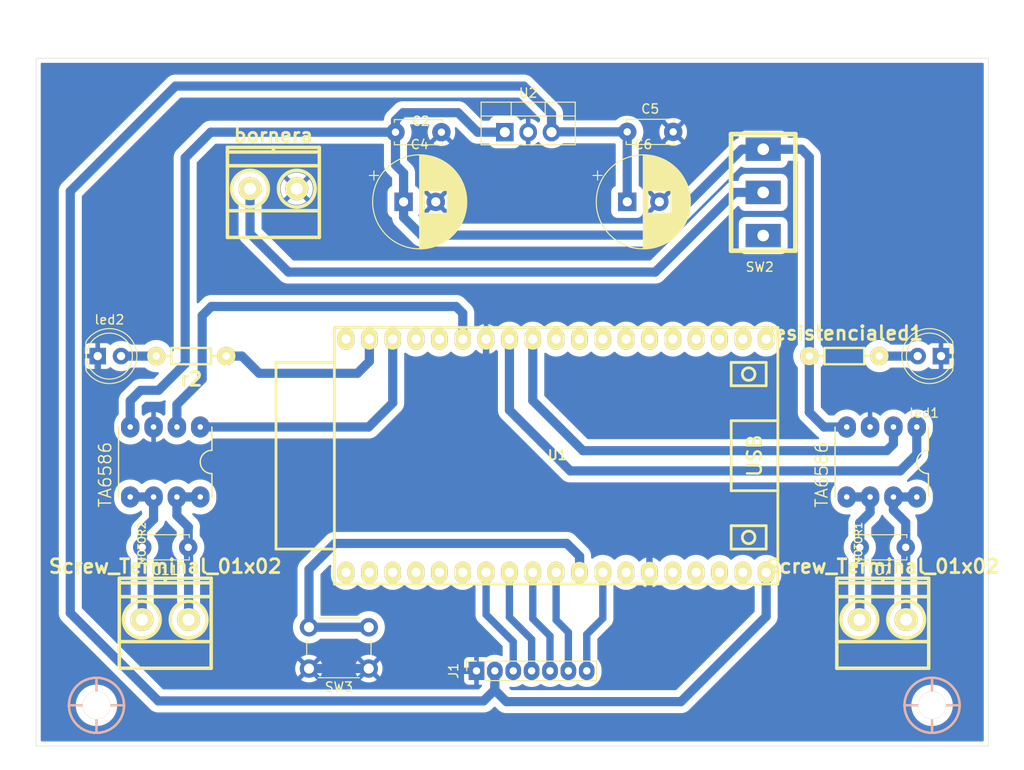
<source format=kicad_pcb>
(kicad_pcb (version 20240108) (generator "pcbnew") (generator_version "8.0")
  (layers (0 "F.Cu" signal) (31 "B.Cu" signal) (34 "B.Paste" user) (35 "F.Paste" user) (36 "B.SilkS" user "B.Silkscreen") (37 "F.SilkS" user "F.Silkscreen") (38 "B.Mask" user) (39 "F.Mask" user) (44 "Edge.Cuts" user))
  (net 0 "")
  (net 1 "Net-(bormo1-Pin_1)")
  (net 2 "Net-(bormo1-Pin_2)")
  (net 3 "Net-(SW2-B)")
  (net 4 "GND")
  (net 5 "VCC")
  (net 6 "+5V")
  (net 7 "Net-(J5-Pin_1)")
  (net 8 "Net-(J5-Pin_2)")
  (net 9 "Net-(led1-A)")
  (net 10 "Net-(led2-A)")
  (net 11 "/DIRECCION1")
  (net 12 "/DIRECCION2")
  (net 13 "/DIRECCION3")
  (net 14 "/DIRECCION4")
  (net 15 "/LED")
  (net 17 "/OUT")
  (net 18 "/S0")
  (net 19 "/S1")
  (net 20 "/S3")
  (net 21 "/S2")
  (net 22 "Net-(SW3-B)")
  (footprint "ta6586:TA6586-FOOTPRINT" (layer "F.Cu") (at 109.11 71.7445 -90)
    (property "Reference" "MOTOR1" (at 0 0 90) (layer "F.SilkS") (effects (font (size 0.787402 0.787402))))
    (property "Value" "TA6586")
    (fp_text user "TA6586 " (at -8 4 90) (layer "F.SilkS") (effects (font (size 1.32 1.32))))
    (pad "BI" thru_hole oval (at -12.7 -6.35 270) (size 2.3 2) (drill 0.6) (layers "*.Cu" "*.Mask") (net 11 "/DIRECCION1"))
    (pad "BO1" thru_hole oval (at -5.08 -3.81 270) (size 2.3 2) (drill 0.6) (layers "*.Cu" "*.Mask") (net 7 "Net-(J5-Pin_1)"))
    (pad "BO2" thru_hole oval (at -5.08 -6.35 270) (size 2.3 2) (drill 0.6) (layers "*.Cu" "*.Mask") (net 7 "Net-(J5-Pin_1)"))
    (pad "FI" thru_hole oval (at -12.7 -3.81 270) (size 2.3 2) (drill 0.6) (layers "*.Cu" "*.Mask") (net 12 "/DIRECCION2"))
    (pad "FO1" thru_hole oval (at -5.08 1.27 270) (size 2.3 2) (drill 0.6) (layers "*.Cu" "*.Mask") (net 8 "Net-(J5-Pin_2)"))
    (pad "FO2" thru_hole oval (at -5.08 -1.27 270) (size 2.3 2) (drill 0.6) (layers "*.Cu" "*.Mask") (net 8 "Net-(J5-Pin_2)"))
    (pad "GND" thru_hole oval (at -12.7 -1.27 270) (size 2.3 2) (drill 0.6) (layers "*.Cu" "*.Mask") (net 4 "GND"))
    (pad "VCC" thru_hole oval (at -12.7 1.27 270) (size 2.3 2) (drill 0.6) (layers "*.Cu" "*.Mask") (net 5 "VCC"))
  )
  (footprint "EESTN5:SW_SPDT_TH_Vertical" (layer "F.Cu") (at 98.75 33.499 180)
    (property "Reference" "SW2" (at 0.381 -8.128 180) (layer "F.SilkS"))
    (property "Value" "SW_SPDT" (hide yes))
    (pad "1" thru_hole rect (at 0 -4.7 180) (size 3.81 2.54) (drill 1.27) (layers "*.Cu" "*.Mask"))
    (pad "2" thru_hole rect (at 0 0 180) (size 3.81 2.54) (drill 1.27) (layers "*.Cu" "*.Mask") (net 3 "Net-(SW2-B)"))
    (pad "3" thru_hole rect (at 0 4.7 180) (size 3.81 2.54) (drill 1.27) (layers "*.Cu" "*.Mask") (net 5 "VCC"))
  )
  (footprint "LED_THT:LED_D5.0mm" (layer "F.Cu") (at 26.335 51.324)
    (property "Reference" "led2" (at 1.27 -3.96 0) (layer "F.SilkS"))
    (property "Value" "LED")
    (pad "1" thru_hole rect (at 0 0) (size 1.8 1.8) (drill 0.9) (layers "*.Cu" "*.Mask") (net 4 "GND"))
    (pad "2" thru_hole circle (at 2.54 0) (size 1.8 1.8) (drill 0.9) (layers "*.Cu" "*.Mask") (net 10 "Net-(led2-A)"))
  )
  (footprint "EESTN5:RES0.3" (layer "F.Cu") (at 107.58 51.324)
    (property "Reference" "resistencialed1" (at 0 -2.5 0) (layer "F.SilkS") (effects (font (size 1.5 1.5) (thickness 0.3))))
    (property "Value" "220" (hide yes))
    (pad "1" thru_hole circle (at -3.81 0) (size 1.99898 1.99898) (drill 0.8001) (layers "*.Cu" "*.Mask" "F.SilkS") (net 5 "VCC"))
    (pad "2" thru_hole circle (at 3.81 0) (size 1.99898 1.99898) (drill 0.8001) (layers "*.Cu" "*.Mask" "F.SilkS") (net 9 "Net-(led1-A)"))
  )
  (footprint "EESTN5:BORNERA2" (layer "F.Cu") (at 45.45 33.099 180)
    (property "Reference" "bornerabateria1" (hide yes))
    (property "Value" "bornera" (at 0 5.8 180) (layer "F.SilkS") (effects (font (size 1.5 1.5) (thickness 0.3))))
    (pad "1" thru_hole circle (at -2.54 0 180) (size 2.5 2.5) (drill 1.3) (layers "*.Cu" "*.Mask" "F.SilkS") (net 4 "GND"))
    (pad "2" thru_hole circle (at 2.54 0 180) (size 2.5 2.5) (drill 1.3) (layers "*.Cu" "*.Mask" "F.SilkS") (net 3 "Net-(SW2-B)"))
  )
  (footprint "EESTN5:Tornillo_M3_8mm" (layer "F.Cu") (at 26.2 89.35 90)
    (property "Reference" "tornillo1" (hide yes))
    (property "Value" "Cable_PAD" (hide yes))
    (pad "1" thru_hole circle (at 0 0 90) (size 3 3) (drill 3) (layers "*.Cu" "F.SilkS"))
  )
  (footprint "EESTN5:Tornillo_M3_8mm" (layer "F.Cu") (at 117.125 89.35 90)
    (property "Reference" "tornillo2" (hide yes))
    (property "Value" "Cable_PAD" (hide yes))
    (pad "1" thru_hole circle (at 0 0 90) (size 3 3) (drill 3) (layers "*.Cu" "F.SilkS"))
  )
  (footprint "Capacitor_THT:CP_Radial_D10.0mm_P3.50mm" (layer "F.Cu") (at 83.953606 34.529)
    (property "Reference" "C6" (at 1.75 -6.25 0) (layer "F.SilkS"))
    (property "Value" "C_Polarized_US")
    (pad "1" thru_hole rect (at 0 0) (size 2 2) (drill 1) (layers "*.Cu" "*.Mask") (net 6 "+5V"))
    (pad "2" thru_hole circle (at 3.5 0) (size 2 2) (drill 1) (layers "*.Cu" "*.Mask") (net 4 "GND"))
  )
  (footprint "Connector_PinSocket_2.00mm:PinSocket_1x07_P2.00mm_Vertical" (layer "F.Cu") (at 67.55 85.599 90)
    (property "Reference" "J1" (at 0 -2.5 90) (layer "F.SilkS"))
    (property "Value" "Conn_01x07")
    (pad "1" thru_hole rect (at 0 0 90) (size 2 1.7) (drill 0.8) (layers "*.Cu" "*.Mask") (net 4 "GND"))
    (pad "2" thru_hole oval (at 0 2 90) (size 2 1.7) (drill 0.8) (layers "*.Cu" "*.Mask") (net 6 "+5V"))
    (pad "3" thru_hole oval (at 0 4 90) (size 2 1.7) (drill 0.8) (layers "*.Cu" "*.Mask") (net 17 "/OUT"))
    (pad "4" thru_hole oval (at 0 6 90) (size 2 1.7) (drill 0.8) (layers "*.Cu" "*.Mask") (net 18 "/S0"))
    (pad "5" thru_hole oval (at 0 8 90) (size 2 1.7) (drill 0.8) (layers "*.Cu" "*.Mask") (net 19 "/S1"))
    (pad "6" thru_hole oval (at 0 10 90) (size 2 1.7) (drill 0.8) (layers "*.Cu" "*.Mask") (net 21 "/S2"))
    (pad "7" thru_hole oval (at 0 12 90) (size 2 1.7) (drill 0.8) (layers "*.Cu" "*.Mask") (net 20 "/S3"))
  )
  (footprint "LED_THT:LED_D5.0mm" (layer "F.Cu") (at 118.1 51.324 180)
    (property "Reference" "led1" (at 1.835 -6.197 180) (layer "F.SilkS"))
    (property "Value" "LED")
    (pad "1" thru_hole rect (at 0 0 180) (size 1.8 1.8) (drill 0.9) (layers "*.Cu" "*.Mask") (net 4 "GND"))
    (pad "2" thru_hole circle (at 2.54 0 180) (size 1.8 1.8) (drill 0.9) (layers "*.Cu" "*.Mask") (net 9 "Net-(led1-A)"))
  )
  (footprint "ta6586:TA6586-FOOTPRINT" (layer "F.Cu") (at 31.14 71.7445 -90)
    (property "Reference" "MOTOR2" (at 0 0 90) (layer "F.SilkS") (effects (font (size 0.787402 0.787402))))
    (property "Value" "TA6586")
    (fp_text user "TA6586 " (at -8 4 90) (layer "F.SilkS") (effects (font (size 1.32 1.32))))
    (pad "BI" thru_hole oval (at -12.7 -6.35 270) (size 2.3 2) (drill 0.6) (layers "*.Cu" "F.Mask") (net 13 "/DIRECCION3"))
    (pad "BO1" thru_hole oval (at -5.08 -3.81 270) (size 2.3 2) (drill 0.6) (layers "*.Cu" "F.Mask") (net 1 "Net-(bormo1-Pin_1)"))
    (pad "BO2" thru_hole oval (at -5.08 -6.35 270) (size 2.3 2) (drill 0.6) (layers "*.Cu" "F.Mask") (net 1 "Net-(bormo1-Pin_1)"))
    (pad "FI" thru_hole oval (at -12.7 -3.81 270) (size 2.3 2) (drill 0.6) (layers "*.Cu" "F.Mask") (net 14 "/DIRECCION4"))
    (pad "FO1" thru_hole oval (at -5.08 1.27 270) (size 2.3 2) (drill 0.6) (layers "*.Cu" "F.Mask") (net 2 "Net-(bormo1-Pin_2)"))
    (pad "FO2" thru_hole oval (at -5.08 -1.27 270) (size 2.3 2) (drill 0.6) (layers "*.Cu" "F.Mask") (net 2 "Net-(bormo1-Pin_2)"))
    (pad "GND" thru_hole oval (at -12.7 -1.27 270) (size 2.3 2) (drill 0.6) (layers "*.Cu" "F.Mask") (net 4 "GND"))
    (pad "VCC" thru_hole oval (at -12.7 1.27 270) (size 2.3 2) (drill 0.6) (layers "*.Cu" "F.Mask") (net 5 "VCC"))
  )
  (footprint "Capacitor_THT:C_Disc_D5.0mm_W2.5mm_P5.00mm" (layer "F.Cu") (at 58.735 26.944)
    (property "Reference" "C2" (at 2.754457 -1.203457 0) (layer "F.SilkS"))
    (property "Value" "C")
    (pad "1" thru_hole circle (at 0 0) (size 2 2) (drill 0.8) (layers "*.Cu" "*.Mask") (net 5 "VCC"))
    (pad "2" thru_hole circle (at 5 0) (size 2 2) (drill 0.8) (layers "*.Cu" "*.Mask") (net 4 "GND"))
  )
  (footprint "Package_TO_SOT_THT:TO-220-3_Vertical" (layer "F.Cu") (at 70.635 26.944)
    (property "Reference" "U2" (at 2.54 -4.27 0) (layer "F.SilkS"))
    (property "Value" "LM7805")
    (pad "1" thru_hole rect (at 0 0) (size 1.905 2) (drill 1.1) (layers "*.Cu" "*.Mask") (net 5 "VCC"))
    (pad "2" thru_hole oval (at 2.54 0) (size 1.905 2) (drill 1.1) (layers "*.Cu" "*.Mask") (net 4 "GND"))
    (pad "3" thru_hole oval (at 5.08 0) (size 1.905 2) (drill 1.1) (layers "*.Cu" "*.Mask") (net 6 "+5V"))
  )
  (footprint "Capacitor_THT:C_Disc_D5.0mm_W2.5mm_P5.00mm" (layer "F.Cu") (at 36.18 72.1455 180)
    (property "Reference" "C11" (at 2.5 -2.5 180) (layer "F.SilkS"))
    (property "Value" "C")
    (pad "1" thru_hole circle (at 0 0 180) (size 2 2) (drill 0.8) (layers "*.Cu" "*.Mask") (net 1 "Net-(bormo1-Pin_1)"))
    (pad "2" thru_hole circle (at 5 0 180) (size 2 2) (drill 0.8) (layers "*.Cu" "*.Mask") (net 2 "Net-(bormo1-Pin_2)"))
  )
  (footprint "EESTN5:RES0.3" (layer "F.Cu") (at 36.513605 51.324 180)
    (property "Reference" "r2" (at 0 -2.5 180) (layer "F.SilkS") (effects (font (size 1.5 1.5) (thickness 0.3))))
    (property "Value" "560" (hide yes))
    (pad "1" thru_hole circle (at -3.81 0 180) (size 1.99898 1.99898) (drill 0.8001) (layers "*.Cu" "*.Mask" "F.SilkS") (net 15 "/LED"))
    (pad "2" thru_hole circle (at 3.81 0 180) (size 1.99898 1.99898) (drill 0.8001) (layers "*.Cu" "*.Mask" "F.SilkS") (net 10 "Net-(led2-A)"))
  )
  (footprint "Capacitor_THT:C_Disc_D5.0mm_W2.5mm_P5.00mm" (layer "F.Cu") (at 114.26 72.1455 180)
    (property "Reference" "C7" (at 2.5 -2.5 180) (layer "F.SilkS"))
    (property "Value" "C")
    (pad "1" thru_hole circle (at 0 0 180) (size 2 2) (drill 0.8) (layers "*.Cu" "*.Mask") (net 7 "Net-(J5-Pin_1)"))
    (pad "2" thru_hole circle (at 5 0 180) (size 2 2) (drill 0.8) (layers "*.Cu" "*.Mask") (net 8 "Net-(J5-Pin_2)"))
  )
  (footprint "Button_Switch_THT:SW_PUSH_6mm" (layer "F.Cu") (at 55.825 85.349 180)
    (property "Reference" "SW3" (at 3.25 -2 180) (layer "F.SilkS"))
    (property "Value" "s")
    (pad "1" thru_hole circle (at 0 0 270) (size 2 2) (drill 1.1) (layers "*.Cu" "*.Mask") (net 4 "GND"))
    (pad "1" thru_hole circle (at 6.5 0 270) (size 2 2) (drill 1.1) (layers "*.Cu" "*.Mask") (net 4 "GND"))
    (pad "2" thru_hole circle (at 0 4.5 270) (size 2 2) (drill 1.1) (layers "*.Cu" "*.Mask") (net 22 "Net-(SW3-B)"))
    (pad "2" thru_hole circle (at 6.5 4.5 270) (size 2 2) (drill 1.1) (layers "*.Cu" "*.Mask") (net 22 "Net-(SW3-B)"))
  )
  (footprint "Capacitor_THT:C_Disc_D5.0mm_W2.5mm_P5.00mm" (layer "F.Cu") (at 83.953606 26.909)
    (property "Reference" "C5" (at 2.5 -2.5 0) (layer "F.SilkS"))
    (property "Value" "C")
    (pad "1" thru_hole circle (at 0 0) (size 2 2) (drill 0.8) (layers "*.Cu" "*.Mask") (net 6 "+5V"))
    (pad "2" thru_hole circle (at 5 0) (size 2 2) (drill 0.8) (layers "*.Cu" "*.Mask") (net 4 "GND"))
  )
  (footprint "EESTN5:BORNERA2" (layer "F.Cu") (at 33.68 80.0155 180)
    (property "Reference" "bormo1" (hide yes))
    (property "Value" "Screw_Terminal_01x02" (at 0 5.8 180) (layer "F.SilkS") (effects (font (size 1.5 1.5) (thickness 0.3))))
    (pad "1" thru_hole circle (at -2.54 0 180) (size 2.5 2.5) (drill 1.3) (layers "*.Cu" "*.Mask" "F.SilkS") (net 1 "Net-(bormo1-Pin_1)"))
    (pad "2" thru_hole circle (at 2.54 0 180) (size 2.5 2.5) (drill 1.3) (layers "*.Cu" "*.Mask" "F.SilkS") (net 2 "Net-(bormo1-Pin_2)"))
  )
  (footprint "EESTN5:BORNERA2" (layer "F.Cu") (at 111.76 80.0155 180)
    (property "Reference" "J5" (hide yes))
    (property "Value" "Screw_Terminal_01x02" (at 0 5.8 180) (layer "F.SilkS") (effects (font (size 1.5 1.5) (thickness 0.3))))
    (pad "1" thru_hole circle (at -2.54 0 180) (size 2.5 2.5) (drill 1.3) (layers "*.Cu" "*.Mask" "F.SilkS") (net 7 "Net-(J5-Pin_1)"))
    (pad "2" thru_hole circle (at 2.54 0 180) (size 2.5 2.5) (drill 1.3) (layers "*.Cu" "*.Mask" "F.SilkS") (net 8 "Net-(J5-Pin_2)"))
  )
  (footprint "EESTN5:ESP32_DEVKITC" (layer "F.Cu") (at 76.215 62.174)
    (property "Reference" "U1" (at 0.127 -0.0635 0) (layer "F.SilkS") (effects (font (size 1.016 1.016) (thickness 0.2032))))
    (property "Value" "ESP32_CDN" (hide yes))
    (fp_text user "USB" (at 21.59 0 90) (layer "F.SilkS") (effects (font (size 1.524 1.524) (thickness 0.254))))
    (pad "1" thru_hole oval (at -22.86 12.7 180) (size 1.8 2.3) (drill 1) (layers "*.Cu" "*.Mask" "F.SilkS"))
    (pad "2" thru_hole oval (at -20.32 12.7 180) (size 1.8 2.3) (drill 1) (layers "*.Cu" "*.Mask" "F.SilkS"))
    (pad "3" thru_hole oval (at -17.78 12.7 180) (size 1.8 2.3) (drill 1) (layers "*.Cu" "*.Mask" "F.SilkS"))
    (pad "4" thru_hole oval (at -15.24 12.7 180) (size 1.8 2.3) (drill 1) (layers "*.Cu" "*.Mask" "F.SilkS"))
    (pad "5" thru_hole oval (at -12.7 12.7 180) (size 1.8 2.3) (drill 1) (layers "*.Cu" "*.Mask" "F.SilkS"))
    (pad "6" thru_hole oval (at -10.16 12.7 180) (size 1.8 2.3) (drill 1) (layers "*.Cu" "*.Mask" "F.SilkS"))
    (pad "7" thru_hole oval (at -7.62 12.7 180) (size 1.8 2.3) (drill 1) (layers "*.Cu" "*.Mask" "F.SilkS") (net 17 "/OUT"))
    (pad "8" thru_hole oval (at -5.08 12.7 180) (size 1.8 2.3) (drill 1) (layers "*.Cu" "*.Mask" "F.SilkS") (net 18 "/S0"))
    (pad "9" thru_hole oval (at -2.54 12.7 180) (size 1.8 2.3) (drill 1) (layers "*.Cu" "*.Mask" "F.SilkS") (net 19 "/S1"))
    (pad "10" thru_hole oval (at 0 12.7 180) (size 1.8 2.3) (drill 1) (layers "*.Cu" "*.Mask" "F.SilkS") (net 21 "/S2"))
    (pad "11" thru_hole oval (at 2.54 12.7 180) (size 1.8 2.3) (drill 1) (layers "*.Cu" "*.Mask" "F.SilkS") (net 22 "Net-(SW3-B)"))
    (pad "12" thru_hole oval (at 5.08 12.7 180) (size 1.8 2.3) (drill 1) (layers "*.Cu" "*.Mask" "F.SilkS") (net 20 "/S3"))
    (pad "13" thru_hole oval (at 7.62 12.7 180) (size 1.8 2.3) (drill 1) (layers "*.Cu" "*.Mask" "F.SilkS"))
    (pad "14" thru_hole oval (at 10.16 12.7 180) (size 1.8 2.3) (drill 1) (layers "*.Cu" "*.Mask" "F.SilkS") (net 4 "GND"))
    (pad "15" thru_hole oval (at 12.7 12.7 180) (size 1.8 2.3) (drill 1) (layers "*.Cu" "*.Mask" "F.SilkS"))
    (pad "16" thru_hole oval (at 15.24 12.7 180) (size 1.8 2.3) (drill 1) (layers "*.Cu" "*.Mask" "F.SilkS"))
    (pad "17" thru_hole oval (at 17.78 12.7 180) (size 1.8 2.3) (drill 1) (layers "*.Cu" "*.Mask" "F.SilkS"))
    (pad "18" thru_hole oval (at 20.32 12.7 180) (size 1.8 2.3) (drill 1) (layers "*.Cu" "*.Mask" "F.SilkS"))
    (pad "19" thru_hole oval (at 22.86 12.7 180) (size 1.8 2.3) (drill 1) (layers "*.Cu" "*.Mask" "F.SilkS") (net 6 "+5V"))
    (pad "20" thru_hole oval (at 22.86 -12.7 180) (size 1.8 2.3) (drill 1) (layers "*.Cu" "*.Mask" "F.SilkS"))
    (pad "21" thru_hole oval (at 20.32 -12.7 180) (size 1.8 2.3) (drill 1) (layers "*.Cu" "*.Mask" "F.SilkS"))
    (pad "22" thru_hole oval (at 17.78 -12.7 180) (size 1.8 2.3) (drill 1) (layers "*.Cu" "*.Mask" "F.SilkS"))
    (pad "23" thru_hole oval (at 15.24 -12.7 180) (size 1.8 2.3) (drill 1) (layers "*.Cu" "*.Mask" "F.SilkS"))
    (pad "24" thru_hole oval (at 12.7 -12.7 180) (size 1.8 2.3) (drill 1) (layers "*.Cu" "*.Mask" "F.SilkS"))
    (pad "25" thru_hole oval (at 10.16 -12.7 180) (size 1.8 2.3) (drill 1) (layers "*.Cu" "*.Mask" "F.SilkS"))
    (pad "26" thru_hole oval (at 7.62 -12.7 180) (size 1.8 2.3) (drill 1) (layers "*.Cu" "*.Mask" "F.SilkS"))
    (pad "27" thru_hole oval (at 5.08 -12.7 180) (size 1.8 2.3) (drill 1) (layers "*.Cu" "*.Mask" "F.SilkS"))
    (pad "28" thru_hole oval (at 2.54 -12.7 180) (size 1.8 2.3) (drill 1) (layers "*.Cu" "*.Mask" "F.SilkS"))
    (pad "29" thru_hole oval (at 0 -12.7 180) (size 1.8 2.3) (drill 1) (layers "*.Cu" "*.Mask" "F.SilkS"))
    (pad "30" thru_hole oval (at -2.54 -12.7 180) (size 1.8 2.3) (drill 1) (layers "*.Cu" "*.Mask" "F.SilkS") (net 12 "/DIRECCION2"))
    (pad "31" thru_hole oval (at -5.08 -12.7 180) (size 1.8 2.3) (drill 1) (layers "*.Cu" "*.Mask" "F.SilkS") (net 11 "/DIRECCION1"))
    (pad "32" thru_hole oval (at -7.62 -12.7 180) (size 1.8 2.3) (drill 1) (layers "*.Cu" "*.Mask" "F.SilkS") (net 4 "GND"))
    (pad "33" thru_hole oval (at -10.16 -12.7 180) (size 1.8 2.3) (drill 1) (layers "*.Cu" "*.Mask" "F.SilkS") (net 14 "/DIRECCION4"))
    (pad "34" thru_hole oval (at -12.7 -12.7 180) (size 1.8 2.3) (drill 1) (layers "*.Cu" "*.Mask" "F.SilkS"))
    (pad "35" thru_hole oval (at -15.24 -12.7 180) (size 1.8 2.3) (drill 1) (layers "*.Cu" "*.Mask" "F.SilkS"))
    (pad "36" thru_hole oval (at -17.78 -12.7 180) (size 1.8 2.3) (drill 1) (layers "*.Cu" "*.Mask" "F.SilkS") (net 13 "/DIRECCION3"))
    (pad "37" thru_hole oval (at -20.32 -12.7 180) (size 1.8 2.3) (drill 1) (layers "*.Cu" "*.Mask" "F.SilkS") (net 15 "/LED"))
    (pad "38" thru_hole oval (at -22.86 -12.7 180) (size 1.8 2.3) (drill 1) (layers "*.Cu" "*.Mask" "F.SilkS"))
  )
  (footprint "Capacitor_THT:CP_Radial_D10.0mm_P3.50mm" (layer "F.Cu") (at 59.617323 34.529)
    (property "Reference" "C4" (at 1.75 -6.25 0) (layer "F.SilkS"))
    (property "Value" "C_Polarized_US")
    (pad "1" thru_hole rect (at 0 0) (size 2 2) (drill 1) (layers "*.Cu" "*.Mask") (net 5 "VCC"))
    (pad "2" thru_hole circle (at 3.5 0) (size 2 2) (drill 1) (layers "*.Cu" "*.Mask") (net 4 "GND"))
  )
  (gr_rect (start 19.63 18.89) (end 123.25 93.785) (stroke (width 0.05)) (fill none) (layer "Edge.Cuts"))
  (segment (start 34.95 66.6645) (end 34.95 68.6855) (width 1) (layer "B.Cu") (net 1))
  (segment (start 36.22 80.0155) (end 36.22 72.1855) (width 1) (layer "B.Cu") (net 1))
  (segment (start 36.22 72.1855) (end 36.18 72.1455) (width 1) (layer "B.Cu") (net 1))
  (segment (start 36.18 69.9755) (end 36.18 72.1455) (width 1) (layer "B.Cu") (net 1))
  (segment (start 34.95 66.6645) (end 37.49 66.6645) (width 1) (layer "B.Cu") (net 1))
  (segment (start 36.21 69.9455) (end 36.18 69.9755) (width 1) (layer "B.Cu") (net 1))
  (segment (start 36.18 80.5955) (end 36.22 80.6355) (width 1) (layer "B.Cu") (net 1))
  (segment (start 34.95 68.6855) (end 36.21 69.9455) (width 1) (layer "B.Cu") (net 1))
  (segment (start 31.18 72.1455) (end 31.18 80.1855) (width 1) (layer "B.Cu") (net 2))
  (segment (start 31.18 70.9755) (end 31.18 72.1455) (width 1) (layer "B.Cu") (net 2))
  (segment (start 31.18 80.1855) (end 31.14 80.2255) (width 1) (layer "B.Cu") (net 2))
  (segment (start 32.41 69.0955) (end 31.21 70.2955) (width 1) (layer "B.Cu") (net 2))
  (segment (start 31.21 70.2955) (end 31.21 70.9455) (width 1) (layer "B.Cu") (net 2))
  (segment (start 31.21 70.9455) (end 31.18 70.9755) (width 1) (layer "B.Cu") (net 2))
  (segment (start 32.41 66.6645) (end 29.87 66.6645) (width 1) (layer "B.Cu") (net 2))
  (segment (start 32.41 66.6645) (end 32.41 69.0955) (width 1) (layer "B.Cu") (net 2))
  (segment (start 42.91 38.009) (end 47.075 42.174) (width 1) (layer "B.Cu") (net 3))
  (segment (start 47.075 42.174) (end 87.001 42.174) (width 1) (layer "B.Cu") (net 3))
  (segment (start 42.91 33.099) (end 42.91 38.009) (width 1) (layer "B.Cu") (net 3))
  (segment (start 87.001 42.174) (end 95.676 33.499) (width 1) (layer "B.Cu") (net 3))
  (segment (start 95.676 33.499) (end 98.75 33.499) (width 1) (layer "B.Cu") (net 3))
  (segment (start 86.375 77.125) (end 86.4 77.15) (width 0.7) (layer "B.Cu") (net 4))
  (segment (start 86.375 74.874) (end 86.375 74.475) (width 0.7) (layer "B.Cu") (net 4))
  (segment (start 68.595 51.069) (end 68.625 51.099) (width 0.7) (layer "B.Cu") (net 4))
  (segment (start 86.375 74.874) (end 86.375 77.125) (width 0.7) (layer "B.Cu") (net 4))
  (segment (start 86.375 74.874) (end 86.1 74.874) (width 0.7) (layer "B.Cu") (net 4))
  (segment (start 86.375 74.475) (end 86.375 72.575) (width 0.7) (layer "B.Cu") (net 4))
  (segment (start 68.595 49.474) (end 68.595 51.069) (width 0.7) (layer "B.Cu") (net 4))
  (segment (start 26.335 51.324) (end 26.335 53.589) (width 0.7) (layer "B.Cu") (net 4))
  (segment (start 67.55 85.599) (end 65.425 85.599) (width 0.7) (layer "B.Cu") (net 4))
  (segment (start 26.335 53.589) (end 26.325 53.599) (width 0.7) (layer "B.Cu") (net 4))
  (segment (start 86.1 74.874) (end 86.085 74.889) (width 0.7) (layer "B.Cu") (net 4))
  (segment (start 49.325 85.349) (end 55.825 85.349) (width 1) (layer "B.Cu") (net 4))
  (segment (start 59.617323 34.529) (end 59.617323 31.392323) (width 1) (layer "B.Cu") (net 5))
  (segment (start 105.3695 59.0445) (end 107.84 59.0445) (width 1) (layer "B.Cu") (net 5))
  (segment (start 65.55 24.824) (end 59.56 24.824) (width 1) (layer "B.Cu") (net 5))
  (segment (start 96.426 28.799) (end 87.076 38.149) (width 1) (layer "B.Cu") (net 5))
  (segment (start 31 55.05) (end 29.87 56.18) (width 1) (layer "B.Cu") (net 5))
  (segment (start 70.635 26.944) (end 67.67 26.944) (width 1) (layer "B.Cu") (net 5))
  (segment (start 103.77 57.445) (end 105.3695 59.0445) (width 1) (layer "B.Cu") (net 5))
  (segment (start 58.735 26.944) (end 38.631 26.944) (width 1) (layer "B.Cu") (net 5))
  (segment (start 61.55 38.149) (end 59.617323 36.216323) (width 1) (layer "B.Cu") (net 5))
  (segment (start 59.56 24.824) (end 58.735 25.649) (width 1) (layer "B.Cu") (net 5))
  (segment (start 98.75 28.799) (end 102.925 28.799) (width 1) (layer "B.Cu") (net 5))
  (segment (start 102.925 28.799) (end 103.77 29.644) (width 1) (layer "B.Cu") (net 5))
  (segment (start 29.87 56.18) (end 29.87 59.0445) (width 1) (layer "B.Cu") (net 5))
  (segment (start 58.735 30.51) (end 58.735 26.944) (width 1) (layer "B.Cu") (net 5))
  (segment (start 67.67 26.944) (end 65.55 24.824) (width 1) (layer "B.Cu") (net 5))
  (segment (start 59.617323 31.392323) (end 58.735 30.51) (width 1) (layer "B.Cu") (net 5))
  (segment (start 87.076 38.149) (end 61.55 38.149) (width 1) (layer "B.Cu") (net 5))
  (segment (start 98.75 28.799) (end 96.426 28.799) (width 1) (layer "B.Cu") (net 5))
  (segment (start 59.617323 36.216323) (end 59.617323 34.529) (width 1) (layer "B.Cu") (net 5))
  (segment (start 32.95 55.05) (end 31 55.05) (width 1) (layer "B.Cu") (net 5))
  (segment (start 58.735 25.649) (end 58.735 26.944) (width 1) (layer "B.Cu") (net 5))
  (segment (start 38.631 26.944) (end 35.85 29.725) (width 1) (layer "B.Cu") (net 5))
  (segment (start 103.77 51.324) (end 103.77 57.445) (width 1) (layer "B.Cu") (net 5))
  (segment (start 35.85 29.725) (end 35.85 52.15) (width 1) (layer "B.Cu") (net 5))
  (segment (start 35.85 52.15) (end 32.95 55.05) (width 1) (layer "B.Cu") (net 5))
  (segment (start 107.84 59.241891) (end 107.84 59.595) (width 0.7) (layer "B.Cu") (net 5))
  (segment (start 103.77 29.644) (end 103.77 51.324) (width 1) (layer "B.Cu") (net 5))
  (segment (start 72.7 21.925) (end 75.715 24.94) (width 1) (layer "B.Cu") (net 6))
  (segment (start 83.953606 34.529) (end 83.953606 26.909) (width 1) (layer "B.Cu") (net 6))
  (segment (start 34.8 21.925) (end 72.7 21.925) (width 1) (layer "B.Cu") (net 6))
  (segment (start 69.55 87.7) (end 70.8 88.95) (width 1) (layer "B.Cu") (net 6))
  (segment (start 83.953606 26.909) (end 75.75 26.909) (width 1) (layer "B.Cu") (net 6))
  (segment (start 69.55 87.099) (end 69.55 87.65) (width 1) (layer "B.Cu") (net 6))
  (segment (start 23.35 33.375) (end 34.8 21.925) (width 1) (layer "B.Cu") (net 6))
  (segment (start 75.75 26.909) (end 75.715 26.944) (width 1) (layer "B.Cu") (net 6))
  (segment (start 69.55 87.65) (end 68.325 88.875) (width 1) (layer "B.Cu") (net 6))
  (segment (start 32.925 88.875) (end 23.35 79.3) (width 1) (layer "B.Cu") (net 6))
  (segment (start 75.715 24.94) (end 75.715 26.944) (width 1) (layer "B.Cu") (net 6))
  (segment (start 69.55 85.599) (end 69.55 87.099) (width 1) (layer "B.Cu") (net 6))
  (segment (start 70.8 88.95) (end 89.8 88.95) (width 1) (layer "B.Cu") (net 6))
  (segment (start 68.325 88.875) (end 32.925 88.875) (width 1) (layer "B.Cu") (net 6))
  (segment (start 23.35 79.3) (end 23.35 33.375) (width 1) (layer "B.Cu") (net 6))
  (segment (start 89.8 88.95) (end 99.075 79.675) (width 1) (layer "B.Cu") (net 6))
  (segment (start 99.075 79.675) (end 99.075 74.874) (width 1) (layer "B.Cu") (net 6))
  (segment (start 69.55 87.099) (end 69.55 87.7) (width 1) (layer "B.Cu") (net 6))
  (segment (start 114.26 72.1455) (end 114.26 79.9755) (width 1) (layer "B.Cu") (net 7))
  (segment (start 112.92 68.095) (end 114.26 69.435) (width 1) (layer "B.Cu") (net 7))
  (segment (start 115.46 66.6645) (end 112.92 66.6645) (width 1) (layer "B.Cu") (net 7))
  (segment (start 114.26 79.9755) (end 114.3 80.0155) (width 1) (layer "B.Cu") (net 7))
  (segment (start 114.26 69.435) (end 114.26 72.1455) (width 1) (layer "B.Cu") (net 7))
  (segment (start 114.3 71.856) (end 114.26 71.816) (width 1) (layer "B.Cu") (net 7))
  (segment (start 112.92 66.6645) (end 112.92 68.095) (width 1) (layer "B.Cu") (net 7))
  (segment (start 110.38 68.345) (end 109.265 69.46) (width 1) (layer "B.Cu") (net 8))
  (segment (start 107.84 66.6645) (end 110.38 66.6645) (width 1) (layer "B.Cu") (net 8))
  (segment (start 109.26 69.46) (end 109.26 72.1455) (width 1) (layer "B.Cu") (net 8))
  (segment (start 109.26 79.9755) (end 109.22 80.0155) (width 1) (layer "B.Cu") (net 8))
  (segment (start 109.265 69.46) (end 109.26 69.46) (width 1) (layer "B.Cu") (net 8))
  (segment (start 109.26 72.1455) (end 109.26 79.9755) (width 1) (layer "B.Cu") (net 8))
  (segment (start 110.38 66.6645) (end 110.38 68.345) (width 1) (layer "B.Cu") (net 8))
  (segment (start 115.56 51.324) (end 111.39 51.324) (width 1) (layer "B.Cu") (net 9))
  (segment (start 32.703605 51.324) (end 28.925 51.324) (width 1) (layer "B.Cu") (net 10))
  (segment (start 71.135 49.474) (end 71.135 57.21) (width 1) (layer "B.Cu") (net 11))
  (segment (start 71.135 57.21) (end 77.75 63.825) (width 1) (layer "B.Cu") (net 11))
  (segment (start 113.65 63.825) (end 115.46 62.015) (width 1) (layer "B.Cu") (net 11))
  (segment (start 115.46 62.015) (end 115.46 59.0445) (width 1) (layer "B.Cu") (net 11))
  (segment (start 77.75 63.825) (end 113.65 63.825) (width 1) (layer "B.Cu") (net 11))
  (segment (start 112.1895 61.625) (end 79.125 61.625) (width 1) (layer "B.Cu") (net 12))
  (segment (start 73.675 56.175) (end 73.675 49.474) (width 1) (layer "B.Cu") (net 12))
  (segment (start 79.125 61.625) (end 73.675 56.175) (width 1) (layer "B.Cu") (net 12))
  (segment (start 112.92 60.8945) (end 112.1895 61.625) (width 1) (layer "B.Cu") (net 12))
  (segment (start 112.92 59.0445) (end 112.92 60.8945) (width 1) (layer "B.Cu") (net 12))
  (segment (start 37.49 59.0445) (end 55.8155 59.0445) (width 1) (layer "B.Cu") (net 13))
  (segment (start 55.8155 59.0445) (end 58.435 56.425) (width 1) (layer "B.Cu") (net 13))
  (segment (start 58.435 56.425) (end 58.435 49.474) (width 1) (layer "B.Cu") (net 13))
  (segment (start 65.325 45.924) (end 38.7 45.924) (width 1) (layer "B.Cu") (net 14))
  (segment (start 66.055 46.654) (end 65.325 45.924) (width 1) (layer "B.Cu") (net 14))
  (segment (start 37.7 53.85) (end 34.95 56.6) (width 1) (layer "B.Cu") (net 14))
  (segment (start 34.95 56.6) (end 34.95 59.0445) (width 1) (layer "B.Cu") (net 14))
  (segment (start 66.055 49.474) (end 66.055 46.654) (width 1) (layer "B.Cu") (net 14))
  (segment (start 37.7 46.924) (end 37.7 53.85) (width 1) (layer "B.Cu") (net 14))
  (segment (start 38.7 45.924) (end 37.7 46.924) (width 1) (layer "B.Cu") (net 14))
  (segment (start 43.9 53.199) (end 42.025 51.324) (width 1) (layer "B.Cu") (net 15))
  (segment (start 54.6 53.199) (end 43.9 53.199) (width 1) (layer "B.Cu") (net 15))
  (segment (start 55.895 51.904) (end 54.6 53.199) (width 1) (layer "B.Cu") (net 15))
  (segment (start 42.025 51.324) (end 40.323605 51.324) (width 1) (layer "B.Cu") (net 15))
  (segment (start 55.895 49.474) (end 55.895 51.904) (width 1) (layer "B.Cu") (net 15))
  (segment (start 68.595 79.47) (end 68.595 74.874) (width 0.8) (layer "B.Cu") (net 17))
  (segment (start 71.55 85.599) (end 71.55 82.425) (width 0.8) (layer "B.Cu") (net 17))
  (segment (start 71.55 82.425) (end 68.595 79.47) (width 0.8) (layer "B.Cu") (net 17))
  (segment (start 71.135 79.76) (end 73.55 82.175) (width 0.8) (layer "B.Cu") (net 18))
  (segment (start 71.151543 75.192457) (end 71.025 75.319) (width 0.7) (layer "B.Cu") (net 18))
  (segment (start 71.135 74.874) (end 71.135 79.76) (width 0.8) (layer "B.Cu") (net 18))
  (segment (start 73.55 82.175) (end 73.55 85.599) (width 0.8) (layer "B.Cu") (net 18))
  (segment (start 75.55 85.599) (end 75.55 81.8) (width 0.8) (layer "B.Cu") (net 19))
  (segment (start 73.675 79.925) (end 73.675 74.874) (width 0.8) (layer "B.Cu") (net 19))
  (segment (start 75.55 81.8) (end 73.675 79.925) (width 0.8) (layer "B.Cu") (net 19))
  (segment (start 79.55 85.599) (end 79.55 81.625) (width 0.8) (layer "B.Cu") (net 20))
  (segment (start 79.55 81.625) (end 81.295 79.88) (width 0.8) (layer "B.Cu") (net 20))
  (segment (start 81.295 79.88) (end 81.295 74.874) (width 0.8) (layer "B.Cu") (net 20))
  (segment (start 76.215 80.065) (end 77.55 81.4) (width 0.8) (layer "B.Cu") (net 21))
  (segment (start 76.215 74.874) (end 76.215 80.065) (width 0.8) (layer "B.Cu") (net 21))
  (segment (start 77.55 81.4) (end 77.55 85.599) (width 0.8) (layer "B.Cu") (net 21))
  (segment (start 49.325 74.539) (end 52.14 71.724) (width 1) (layer "B.Cu") (net 22))
  (segment (start 49.325 80.849) (end 55.825 80.849) (width 1) (layer "B.Cu") (net 22))
  (segment (start 78.771543 73.121543) (end 78.771543 75.192457) (width 1) (layer "B.Cu") (net 22))
  (segment (start 77.374 71.724) (end 78.771543 73.121543) (width 1) (layer "B.Cu") (net 22))
  (segment (start 52.14 71.724) (end 77.374 71.724) (width 1) (layer "B.Cu") (net 22))
  (segment (start 49.325 80.849) (end 49.325 74.539) (width 1) (layer "B.Cu") (net 22))
  (zone (net 4) (net_name "GND") (layer "B.Cu") (connect_pads (clearance 0.5)) (min_thickness 0.25) (fill yes (thermal_gap 0.5) (thermal_bridge_width 0.5))
    (polygon (pts (xy 16.825 12.55) (xy 127.15 12.55) (xy 125.875 96.375) (xy 15.7 96.35)))
  )
)
</source>
